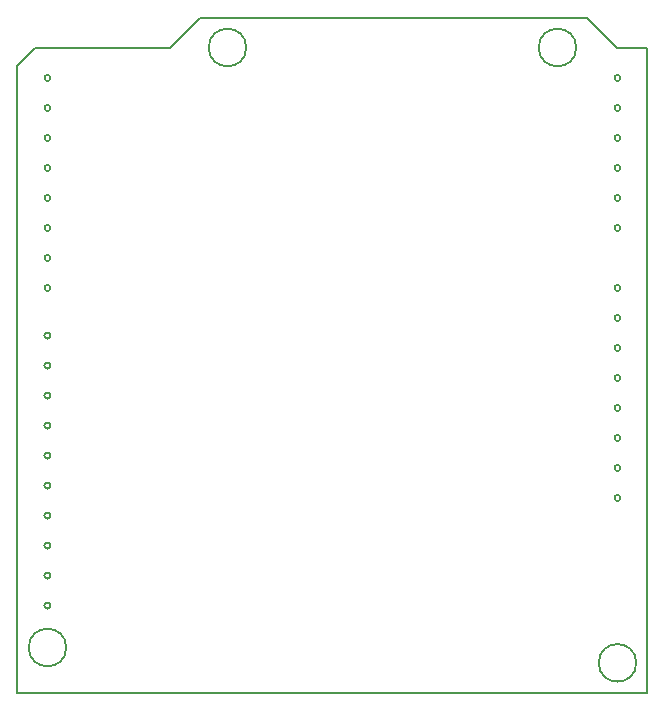
<source format=gbr>
%TF.GenerationSoftware,KiCad,Pcbnew,7.0.9*%
%TF.CreationDate,2024-02-26T09:47:16+09:00*%
%TF.ProjectId,240223_d0345_uno,32343032-3233-45f6-9430-3334355f756e,rev?*%
%TF.SameCoordinates,Original*%
%TF.FileFunction,Profile,NP*%
%FSLAX46Y46*%
G04 Gerber Fmt 4.6, Leading zero omitted, Abs format (unit mm)*
G04 Created by KiCad (PCBNEW 7.0.9) date 2024-02-26 09:47:16*
%MOMM*%
%LPD*%
G01*
G04 APERTURE LIST*
%TA.AperFunction,Profile*%
%ADD10C,0.200000*%
%TD*%
G04 APERTURE END LIST*
D10*
X156591000Y-49627000D02*
X159131000Y-47147000D01*
X146431000Y-84171000D02*
G75*
G03*
X146431000Y-84171000I-254000J0D01*
G01*
X196024500Y-101727000D02*
G75*
G03*
X196024500Y-101727000I-1587500J0D01*
G01*
X146431000Y-91791000D02*
G75*
G03*
X146431000Y-91791000I-254000J0D01*
G01*
X146431000Y-67437000D02*
G75*
G03*
X146431000Y-67437000I-254000J0D01*
G01*
X196977000Y-49627000D02*
X194437000Y-49627000D01*
X159131000Y-47147000D02*
X191897000Y-47147000D01*
X146431000Y-59817000D02*
G75*
G03*
X146431000Y-59817000I-254000J0D01*
G01*
X146431000Y-64897000D02*
G75*
G03*
X146431000Y-64897000I-254000J0D01*
G01*
X194691000Y-52197000D02*
G75*
G03*
X194691000Y-52197000I-254000J0D01*
G01*
X163004500Y-49627000D02*
G75*
G03*
X163004500Y-49627000I-1587500J0D01*
G01*
X146431000Y-69977000D02*
G75*
G03*
X146431000Y-69977000I-254000J0D01*
G01*
X194691000Y-77597000D02*
G75*
G03*
X194691000Y-77597000I-254000J0D01*
G01*
X194691000Y-57277000D02*
G75*
G03*
X194691000Y-57277000I-254000J0D01*
G01*
X194691000Y-62357000D02*
G75*
G03*
X194691000Y-62357000I-254000J0D01*
G01*
X194691000Y-69977000D02*
G75*
G03*
X194691000Y-69977000I-254000J0D01*
G01*
X147764500Y-100427000D02*
G75*
G03*
X147764500Y-100427000I-1587500J0D01*
G01*
X194691000Y-80137000D02*
G75*
G03*
X194691000Y-80137000I-254000J0D01*
G01*
X194691000Y-72517000D02*
G75*
G03*
X194691000Y-72517000I-254000J0D01*
G01*
X146431000Y-76551000D02*
G75*
G03*
X146431000Y-76551000I-254000J0D01*
G01*
X194691000Y-64897000D02*
G75*
G03*
X194691000Y-64897000I-254000J0D01*
G01*
X146431000Y-57277000D02*
G75*
G03*
X146431000Y-57277000I-254000J0D01*
G01*
X194691000Y-54737000D02*
G75*
G03*
X194691000Y-54737000I-254000J0D01*
G01*
X194691000Y-75057000D02*
G75*
G03*
X194691000Y-75057000I-254000J0D01*
G01*
X146431000Y-81631000D02*
G75*
G03*
X146431000Y-81631000I-254000J0D01*
G01*
X194691000Y-85217000D02*
G75*
G03*
X194691000Y-85217000I-254000J0D01*
G01*
X191897000Y-47147000D02*
X194437000Y-49627000D01*
X146431000Y-74011000D02*
G75*
G03*
X146431000Y-74011000I-254000J0D01*
G01*
X194691000Y-59817000D02*
G75*
G03*
X194691000Y-59817000I-254000J0D01*
G01*
X194691000Y-87757000D02*
G75*
G03*
X194691000Y-87757000I-254000J0D01*
G01*
X146431000Y-96871000D02*
G75*
G03*
X146431000Y-96871000I-254000J0D01*
G01*
X190944500Y-49627000D02*
G75*
G03*
X190944500Y-49627000I-1587500J0D01*
G01*
X146431000Y-89251000D02*
G75*
G03*
X146431000Y-89251000I-254000J0D01*
G01*
X145163319Y-49627000D02*
X156591000Y-49627000D01*
X146431000Y-94331000D02*
G75*
G03*
X146431000Y-94331000I-254000J0D01*
G01*
X143598527Y-51191792D02*
X143598527Y-104267000D01*
X146431000Y-54737000D02*
G75*
G03*
X146431000Y-54737000I-254000J0D01*
G01*
X146431000Y-52197000D02*
G75*
G03*
X146431000Y-52197000I-254000J0D01*
G01*
X146431000Y-62357000D02*
G75*
G03*
X146431000Y-62357000I-254000J0D01*
G01*
X145163319Y-49627000D02*
X143598527Y-51191792D01*
X194691000Y-82677000D02*
G75*
G03*
X194691000Y-82677000I-254000J0D01*
G01*
X196977000Y-104267000D02*
X143598527Y-104267000D01*
X146431000Y-86711000D02*
G75*
G03*
X146431000Y-86711000I-254000J0D01*
G01*
X196977000Y-49627000D02*
X196977000Y-104267000D01*
X146431000Y-79091000D02*
G75*
G03*
X146431000Y-79091000I-254000J0D01*
G01*
M02*

</source>
